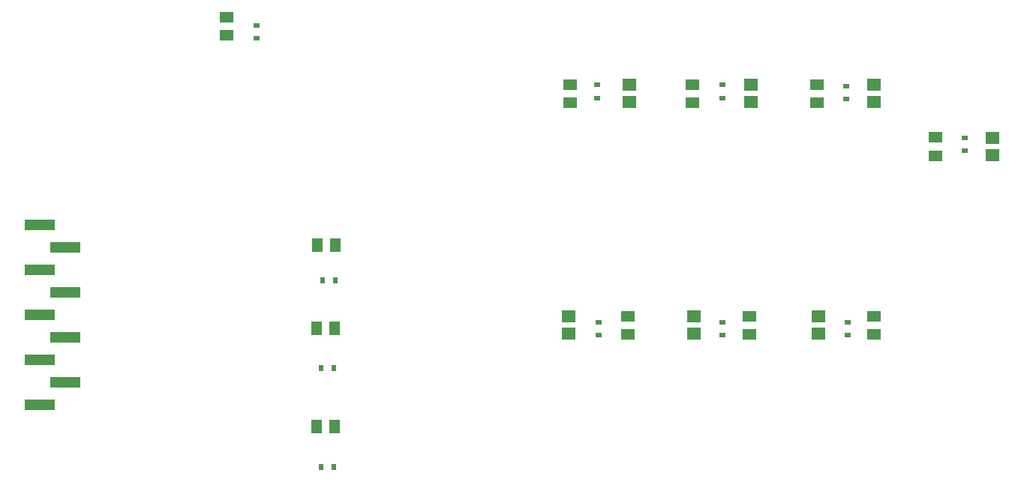
<source format=gtp>
G04*
G04 #@! TF.GenerationSoftware,Altium Limited,Altium Designer,21.1.1 (26)*
G04*
G04 Layer_Color=8421504*
%FSLAX25Y25*%
%MOIN*%
G70*
G04*
G04 #@! TF.SameCoordinates,E26435C1-A805-435E-AC10-17EB525BB224*
G04*
G04*
G04 #@! TF.FilePolarity,Positive*
G04*
G01*
G75*
%ADD19R,0.02362X0.03150*%
%ADD20R,0.04921X0.06102*%
%ADD21R,0.13504X0.05000*%
%ADD22R,0.06102X0.04921*%
%ADD23R,0.03150X0.02362*%
%ADD24R,0.06102X0.05315*%
D19*
X248854Y246000D02*
D03*
X243146D02*
D03*
X248854Y290000D02*
D03*
X243146D02*
D03*
X249354Y329000D02*
D03*
X243646D02*
D03*
D20*
X240967Y264000D02*
D03*
X249038D02*
D03*
X240967Y307500D02*
D03*
X249038D02*
D03*
X241467Y344500D02*
D03*
X249538D02*
D03*
D21*
X118004Y353500D02*
D03*
X129500Y343500D02*
D03*
X118004Y333500D02*
D03*
X129500Y323500D02*
D03*
X118004Y313500D02*
D03*
X129500Y303500D02*
D03*
X118004Y293500D02*
D03*
X129500Y283500D02*
D03*
X118004Y273500D02*
D03*
D22*
X488876Y313035D02*
D03*
Y304965D02*
D03*
X433376D02*
D03*
Y313035D02*
D03*
X379500D02*
D03*
Y304965D02*
D03*
X353785Y416035D02*
D03*
Y407965D02*
D03*
X201000Y446035D02*
D03*
Y437965D02*
D03*
X516000Y392535D02*
D03*
Y384465D02*
D03*
X463285Y416035D02*
D03*
Y407965D02*
D03*
X408000Y416035D02*
D03*
Y407965D02*
D03*
D23*
X477000Y304646D02*
D03*
Y310354D02*
D03*
X421500Y304646D02*
D03*
Y310354D02*
D03*
X366500Y304646D02*
D03*
Y310354D02*
D03*
X529000Y392354D02*
D03*
Y386646D02*
D03*
X421500Y415854D02*
D03*
Y410146D02*
D03*
X476500Y415354D02*
D03*
Y409646D02*
D03*
X365911Y415854D02*
D03*
Y410146D02*
D03*
X214500Y436685D02*
D03*
Y442394D02*
D03*
D24*
X464124Y305161D02*
D03*
Y312839D02*
D03*
X408624Y305161D02*
D03*
Y312839D02*
D03*
X353000Y305161D02*
D03*
Y312839D02*
D03*
X380215Y415839D02*
D03*
Y408161D02*
D03*
X541500Y384661D02*
D03*
Y392339D02*
D03*
X488876Y408161D02*
D03*
Y415839D02*
D03*
X434000Y408161D02*
D03*
Y415839D02*
D03*
M02*

</source>
